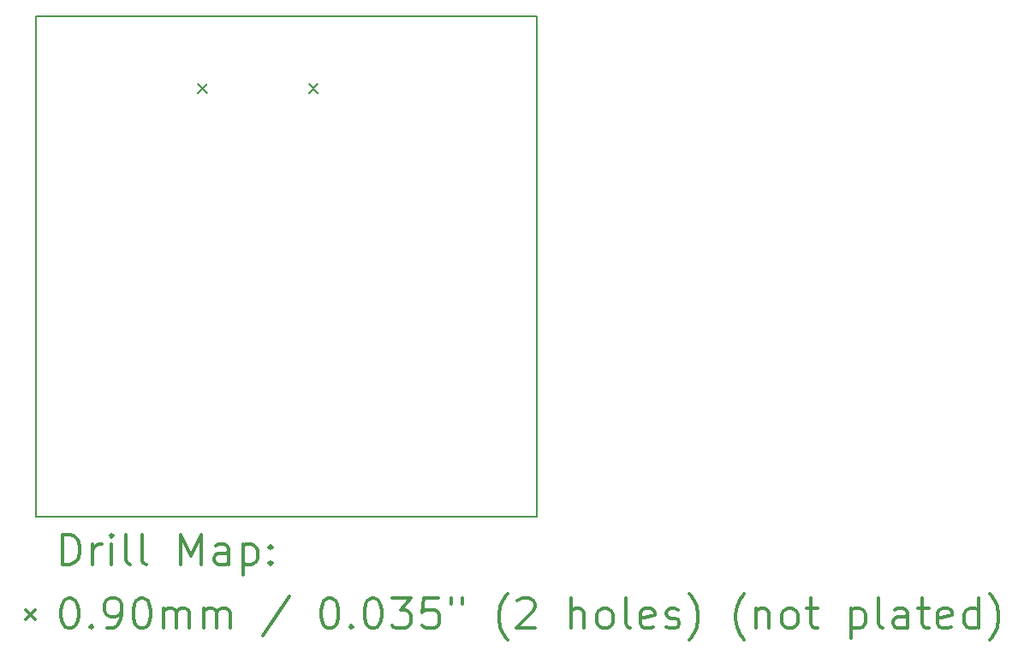
<source format=gbr>
%FSLAX45Y45*%
G04 Gerber Fmt 4.5, Leading zero omitted, Abs format (unit mm)*
G04 Created by KiCad (PCBNEW 4.0.6) date 07/19/17 18:29:10*
%MOMM*%
%LPD*%
G01*
G04 APERTURE LIST*
%ADD10C,0.127000*%
%ADD11C,0.150000*%
%ADD12C,0.200000*%
%ADD13C,0.300000*%
G04 APERTURE END LIST*
D10*
D11*
X17780000Y-13081000D02*
X12827000Y-13081000D01*
X12827000Y-8128000D02*
X17780000Y-8128000D01*
X12827000Y-8128000D02*
X12827000Y-13081000D01*
X12827000Y-10033000D02*
X12827000Y-8128000D01*
X17780000Y-8128000D02*
X17780000Y-13081000D01*
D12*
X14431600Y-8799000D02*
X14521600Y-8889000D01*
X14521600Y-8799000D02*
X14431600Y-8889000D01*
X15526600Y-8799000D02*
X15616600Y-8889000D01*
X15616600Y-8799000D02*
X15526600Y-8889000D01*
D13*
X13090928Y-13554214D02*
X13090928Y-13254214D01*
X13162357Y-13254214D01*
X13205214Y-13268500D01*
X13233786Y-13297071D01*
X13248071Y-13325643D01*
X13262357Y-13382786D01*
X13262357Y-13425643D01*
X13248071Y-13482786D01*
X13233786Y-13511357D01*
X13205214Y-13539929D01*
X13162357Y-13554214D01*
X13090928Y-13554214D01*
X13390928Y-13554214D02*
X13390928Y-13354214D01*
X13390928Y-13411357D02*
X13405214Y-13382786D01*
X13419500Y-13368500D01*
X13448071Y-13354214D01*
X13476643Y-13354214D01*
X13576643Y-13554214D02*
X13576643Y-13354214D01*
X13576643Y-13254214D02*
X13562357Y-13268500D01*
X13576643Y-13282786D01*
X13590928Y-13268500D01*
X13576643Y-13254214D01*
X13576643Y-13282786D01*
X13762357Y-13554214D02*
X13733786Y-13539929D01*
X13719500Y-13511357D01*
X13719500Y-13254214D01*
X13919500Y-13554214D02*
X13890928Y-13539929D01*
X13876643Y-13511357D01*
X13876643Y-13254214D01*
X14262357Y-13554214D02*
X14262357Y-13254214D01*
X14362357Y-13468500D01*
X14462357Y-13254214D01*
X14462357Y-13554214D01*
X14733786Y-13554214D02*
X14733786Y-13397071D01*
X14719500Y-13368500D01*
X14690928Y-13354214D01*
X14633786Y-13354214D01*
X14605214Y-13368500D01*
X14733786Y-13539929D02*
X14705214Y-13554214D01*
X14633786Y-13554214D01*
X14605214Y-13539929D01*
X14590928Y-13511357D01*
X14590928Y-13482786D01*
X14605214Y-13454214D01*
X14633786Y-13439929D01*
X14705214Y-13439929D01*
X14733786Y-13425643D01*
X14876643Y-13354214D02*
X14876643Y-13654214D01*
X14876643Y-13368500D02*
X14905214Y-13354214D01*
X14962357Y-13354214D01*
X14990928Y-13368500D01*
X15005214Y-13382786D01*
X15019500Y-13411357D01*
X15019500Y-13497071D01*
X15005214Y-13525643D01*
X14990928Y-13539929D01*
X14962357Y-13554214D01*
X14905214Y-13554214D01*
X14876643Y-13539929D01*
X15148071Y-13525643D02*
X15162357Y-13539929D01*
X15148071Y-13554214D01*
X15133786Y-13539929D01*
X15148071Y-13525643D01*
X15148071Y-13554214D01*
X15148071Y-13368500D02*
X15162357Y-13382786D01*
X15148071Y-13397071D01*
X15133786Y-13382786D01*
X15148071Y-13368500D01*
X15148071Y-13397071D01*
X12729500Y-14003500D02*
X12819500Y-14093500D01*
X12819500Y-14003500D02*
X12729500Y-14093500D01*
X13148071Y-13884214D02*
X13176643Y-13884214D01*
X13205214Y-13898500D01*
X13219500Y-13912786D01*
X13233786Y-13941357D01*
X13248071Y-13998500D01*
X13248071Y-14069929D01*
X13233786Y-14127071D01*
X13219500Y-14155643D01*
X13205214Y-14169929D01*
X13176643Y-14184214D01*
X13148071Y-14184214D01*
X13119500Y-14169929D01*
X13105214Y-14155643D01*
X13090928Y-14127071D01*
X13076643Y-14069929D01*
X13076643Y-13998500D01*
X13090928Y-13941357D01*
X13105214Y-13912786D01*
X13119500Y-13898500D01*
X13148071Y-13884214D01*
X13376643Y-14155643D02*
X13390928Y-14169929D01*
X13376643Y-14184214D01*
X13362357Y-14169929D01*
X13376643Y-14155643D01*
X13376643Y-14184214D01*
X13533786Y-14184214D02*
X13590928Y-14184214D01*
X13619500Y-14169929D01*
X13633786Y-14155643D01*
X13662357Y-14112786D01*
X13676643Y-14055643D01*
X13676643Y-13941357D01*
X13662357Y-13912786D01*
X13648071Y-13898500D01*
X13619500Y-13884214D01*
X13562357Y-13884214D01*
X13533786Y-13898500D01*
X13519500Y-13912786D01*
X13505214Y-13941357D01*
X13505214Y-14012786D01*
X13519500Y-14041357D01*
X13533786Y-14055643D01*
X13562357Y-14069929D01*
X13619500Y-14069929D01*
X13648071Y-14055643D01*
X13662357Y-14041357D01*
X13676643Y-14012786D01*
X13862357Y-13884214D02*
X13890928Y-13884214D01*
X13919500Y-13898500D01*
X13933786Y-13912786D01*
X13948071Y-13941357D01*
X13962357Y-13998500D01*
X13962357Y-14069929D01*
X13948071Y-14127071D01*
X13933786Y-14155643D01*
X13919500Y-14169929D01*
X13890928Y-14184214D01*
X13862357Y-14184214D01*
X13833786Y-14169929D01*
X13819500Y-14155643D01*
X13805214Y-14127071D01*
X13790928Y-14069929D01*
X13790928Y-13998500D01*
X13805214Y-13941357D01*
X13819500Y-13912786D01*
X13833786Y-13898500D01*
X13862357Y-13884214D01*
X14090928Y-14184214D02*
X14090928Y-13984214D01*
X14090928Y-14012786D02*
X14105214Y-13998500D01*
X14133786Y-13984214D01*
X14176643Y-13984214D01*
X14205214Y-13998500D01*
X14219500Y-14027071D01*
X14219500Y-14184214D01*
X14219500Y-14027071D02*
X14233786Y-13998500D01*
X14262357Y-13984214D01*
X14305214Y-13984214D01*
X14333786Y-13998500D01*
X14348071Y-14027071D01*
X14348071Y-14184214D01*
X14490928Y-14184214D02*
X14490928Y-13984214D01*
X14490928Y-14012786D02*
X14505214Y-13998500D01*
X14533786Y-13984214D01*
X14576643Y-13984214D01*
X14605214Y-13998500D01*
X14619500Y-14027071D01*
X14619500Y-14184214D01*
X14619500Y-14027071D02*
X14633786Y-13998500D01*
X14662357Y-13984214D01*
X14705214Y-13984214D01*
X14733786Y-13998500D01*
X14748071Y-14027071D01*
X14748071Y-14184214D01*
X15333786Y-13869929D02*
X15076643Y-14255643D01*
X15719500Y-13884214D02*
X15748071Y-13884214D01*
X15776643Y-13898500D01*
X15790928Y-13912786D01*
X15805214Y-13941357D01*
X15819500Y-13998500D01*
X15819500Y-14069929D01*
X15805214Y-14127071D01*
X15790928Y-14155643D01*
X15776643Y-14169929D01*
X15748071Y-14184214D01*
X15719500Y-14184214D01*
X15690928Y-14169929D01*
X15676643Y-14155643D01*
X15662357Y-14127071D01*
X15648071Y-14069929D01*
X15648071Y-13998500D01*
X15662357Y-13941357D01*
X15676643Y-13912786D01*
X15690928Y-13898500D01*
X15719500Y-13884214D01*
X15948071Y-14155643D02*
X15962357Y-14169929D01*
X15948071Y-14184214D01*
X15933786Y-14169929D01*
X15948071Y-14155643D01*
X15948071Y-14184214D01*
X16148071Y-13884214D02*
X16176643Y-13884214D01*
X16205214Y-13898500D01*
X16219500Y-13912786D01*
X16233785Y-13941357D01*
X16248071Y-13998500D01*
X16248071Y-14069929D01*
X16233785Y-14127071D01*
X16219500Y-14155643D01*
X16205214Y-14169929D01*
X16176643Y-14184214D01*
X16148071Y-14184214D01*
X16119500Y-14169929D01*
X16105214Y-14155643D01*
X16090928Y-14127071D01*
X16076643Y-14069929D01*
X16076643Y-13998500D01*
X16090928Y-13941357D01*
X16105214Y-13912786D01*
X16119500Y-13898500D01*
X16148071Y-13884214D01*
X16348071Y-13884214D02*
X16533785Y-13884214D01*
X16433785Y-13998500D01*
X16476643Y-13998500D01*
X16505214Y-14012786D01*
X16519500Y-14027071D01*
X16533785Y-14055643D01*
X16533785Y-14127071D01*
X16519500Y-14155643D01*
X16505214Y-14169929D01*
X16476643Y-14184214D01*
X16390928Y-14184214D01*
X16362357Y-14169929D01*
X16348071Y-14155643D01*
X16805214Y-13884214D02*
X16662357Y-13884214D01*
X16648071Y-14027071D01*
X16662357Y-14012786D01*
X16690928Y-13998500D01*
X16762357Y-13998500D01*
X16790928Y-14012786D01*
X16805214Y-14027071D01*
X16819500Y-14055643D01*
X16819500Y-14127071D01*
X16805214Y-14155643D01*
X16790928Y-14169929D01*
X16762357Y-14184214D01*
X16690928Y-14184214D01*
X16662357Y-14169929D01*
X16648071Y-14155643D01*
X16933786Y-13884214D02*
X16933786Y-13941357D01*
X17048071Y-13884214D02*
X17048071Y-13941357D01*
X17490928Y-14298500D02*
X17476643Y-14284214D01*
X17448071Y-14241357D01*
X17433786Y-14212786D01*
X17419500Y-14169929D01*
X17405214Y-14098500D01*
X17405214Y-14041357D01*
X17419500Y-13969929D01*
X17433786Y-13927071D01*
X17448071Y-13898500D01*
X17476643Y-13855643D01*
X17490928Y-13841357D01*
X17590928Y-13912786D02*
X17605214Y-13898500D01*
X17633786Y-13884214D01*
X17705214Y-13884214D01*
X17733786Y-13898500D01*
X17748071Y-13912786D01*
X17762357Y-13941357D01*
X17762357Y-13969929D01*
X17748071Y-14012786D01*
X17576643Y-14184214D01*
X17762357Y-14184214D01*
X18119500Y-14184214D02*
X18119500Y-13884214D01*
X18248071Y-14184214D02*
X18248071Y-14027071D01*
X18233786Y-13998500D01*
X18205214Y-13984214D01*
X18162357Y-13984214D01*
X18133786Y-13998500D01*
X18119500Y-14012786D01*
X18433786Y-14184214D02*
X18405214Y-14169929D01*
X18390928Y-14155643D01*
X18376643Y-14127071D01*
X18376643Y-14041357D01*
X18390928Y-14012786D01*
X18405214Y-13998500D01*
X18433786Y-13984214D01*
X18476643Y-13984214D01*
X18505214Y-13998500D01*
X18519500Y-14012786D01*
X18533786Y-14041357D01*
X18533786Y-14127071D01*
X18519500Y-14155643D01*
X18505214Y-14169929D01*
X18476643Y-14184214D01*
X18433786Y-14184214D01*
X18705214Y-14184214D02*
X18676643Y-14169929D01*
X18662357Y-14141357D01*
X18662357Y-13884214D01*
X18933786Y-14169929D02*
X18905214Y-14184214D01*
X18848071Y-14184214D01*
X18819500Y-14169929D01*
X18805214Y-14141357D01*
X18805214Y-14027071D01*
X18819500Y-13998500D01*
X18848071Y-13984214D01*
X18905214Y-13984214D01*
X18933786Y-13998500D01*
X18948071Y-14027071D01*
X18948071Y-14055643D01*
X18805214Y-14084214D01*
X19062357Y-14169929D02*
X19090929Y-14184214D01*
X19148071Y-14184214D01*
X19176643Y-14169929D01*
X19190929Y-14141357D01*
X19190929Y-14127071D01*
X19176643Y-14098500D01*
X19148071Y-14084214D01*
X19105214Y-14084214D01*
X19076643Y-14069929D01*
X19062357Y-14041357D01*
X19062357Y-14027071D01*
X19076643Y-13998500D01*
X19105214Y-13984214D01*
X19148071Y-13984214D01*
X19176643Y-13998500D01*
X19290928Y-14298500D02*
X19305214Y-14284214D01*
X19333786Y-14241357D01*
X19348071Y-14212786D01*
X19362357Y-14169929D01*
X19376643Y-14098500D01*
X19376643Y-14041357D01*
X19362357Y-13969929D01*
X19348071Y-13927071D01*
X19333786Y-13898500D01*
X19305214Y-13855643D01*
X19290928Y-13841357D01*
X19833786Y-14298500D02*
X19819500Y-14284214D01*
X19790928Y-14241357D01*
X19776643Y-14212786D01*
X19762357Y-14169929D01*
X19748071Y-14098500D01*
X19748071Y-14041357D01*
X19762357Y-13969929D01*
X19776643Y-13927071D01*
X19790928Y-13898500D01*
X19819500Y-13855643D01*
X19833786Y-13841357D01*
X19948071Y-13984214D02*
X19948071Y-14184214D01*
X19948071Y-14012786D02*
X19962357Y-13998500D01*
X19990928Y-13984214D01*
X20033786Y-13984214D01*
X20062357Y-13998500D01*
X20076643Y-14027071D01*
X20076643Y-14184214D01*
X20262357Y-14184214D02*
X20233786Y-14169929D01*
X20219500Y-14155643D01*
X20205214Y-14127071D01*
X20205214Y-14041357D01*
X20219500Y-14012786D01*
X20233786Y-13998500D01*
X20262357Y-13984214D01*
X20305214Y-13984214D01*
X20333786Y-13998500D01*
X20348071Y-14012786D01*
X20362357Y-14041357D01*
X20362357Y-14127071D01*
X20348071Y-14155643D01*
X20333786Y-14169929D01*
X20305214Y-14184214D01*
X20262357Y-14184214D01*
X20448071Y-13984214D02*
X20562357Y-13984214D01*
X20490929Y-13884214D02*
X20490929Y-14141357D01*
X20505214Y-14169929D01*
X20533786Y-14184214D01*
X20562357Y-14184214D01*
X20890929Y-13984214D02*
X20890929Y-14284214D01*
X20890929Y-13998500D02*
X20919500Y-13984214D01*
X20976643Y-13984214D01*
X21005214Y-13998500D01*
X21019500Y-14012786D01*
X21033786Y-14041357D01*
X21033786Y-14127071D01*
X21019500Y-14155643D01*
X21005214Y-14169929D01*
X20976643Y-14184214D01*
X20919500Y-14184214D01*
X20890929Y-14169929D01*
X21205214Y-14184214D02*
X21176643Y-14169929D01*
X21162357Y-14141357D01*
X21162357Y-13884214D01*
X21448071Y-14184214D02*
X21448071Y-14027071D01*
X21433786Y-13998500D01*
X21405214Y-13984214D01*
X21348071Y-13984214D01*
X21319500Y-13998500D01*
X21448071Y-14169929D02*
X21419500Y-14184214D01*
X21348071Y-14184214D01*
X21319500Y-14169929D01*
X21305214Y-14141357D01*
X21305214Y-14112786D01*
X21319500Y-14084214D01*
X21348071Y-14069929D01*
X21419500Y-14069929D01*
X21448071Y-14055643D01*
X21548071Y-13984214D02*
X21662357Y-13984214D01*
X21590929Y-13884214D02*
X21590929Y-14141357D01*
X21605214Y-14169929D01*
X21633786Y-14184214D01*
X21662357Y-14184214D01*
X21876643Y-14169929D02*
X21848072Y-14184214D01*
X21790929Y-14184214D01*
X21762357Y-14169929D01*
X21748072Y-14141357D01*
X21748072Y-14027071D01*
X21762357Y-13998500D01*
X21790929Y-13984214D01*
X21848072Y-13984214D01*
X21876643Y-13998500D01*
X21890929Y-14027071D01*
X21890929Y-14055643D01*
X21748072Y-14084214D01*
X22148072Y-14184214D02*
X22148072Y-13884214D01*
X22148072Y-14169929D02*
X22119500Y-14184214D01*
X22062357Y-14184214D01*
X22033786Y-14169929D01*
X22019500Y-14155643D01*
X22005214Y-14127071D01*
X22005214Y-14041357D01*
X22019500Y-14012786D01*
X22033786Y-13998500D01*
X22062357Y-13984214D01*
X22119500Y-13984214D01*
X22148072Y-13998500D01*
X22262357Y-14298500D02*
X22276643Y-14284214D01*
X22305214Y-14241357D01*
X22319500Y-14212786D01*
X22333786Y-14169929D01*
X22348072Y-14098500D01*
X22348072Y-14041357D01*
X22333786Y-13969929D01*
X22319500Y-13927071D01*
X22305214Y-13898500D01*
X22276643Y-13855643D01*
X22262357Y-13841357D01*
M02*

</source>
